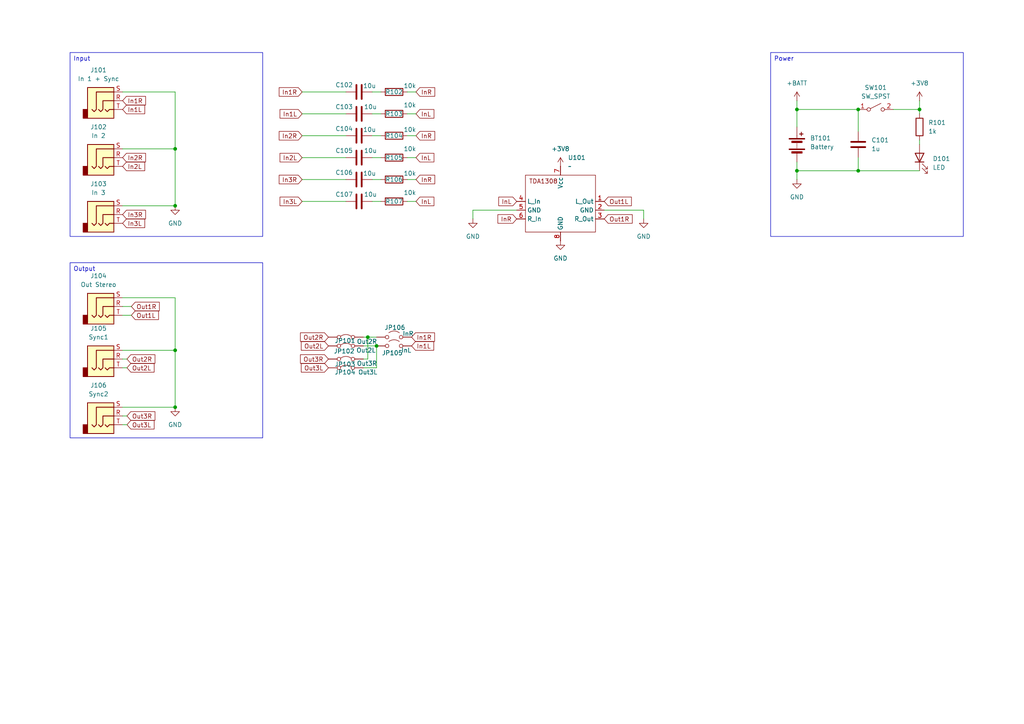
<source format=kicad_sch>
(kicad_sch (version 20250114) (generator "eeschema") (generator_version "9.0")
  (paper "A4")
  (lib_symbols
    (symbol "AJ_2025:TDA_1308_PCB"
      (property "Reference" "U" (at 5.08 5.842 0))
      (symbol "TDA_1308_PCB_1_1"
        (text_box "TDA1308\n" (at -10.16 7.62 0) (size 20.32 -16.51) (margins 1.016 1.016 1.016 1.016) (effects (font (size 1.27 1.27)) (justify left top)))
        (pin input line (at -12.7 0 0) (length 2.54) (name "L_In") (number "4"))
        (pin bidirectional line (at -12.7 -2.54 0) (length 2.54) (name "GND") (number "5"))
        (pin input line (at -12.7 -5.08 0) (length 2.54) (name "R_In") (number "6"))
        (pin power_in line (at 0 10.16 270) (length 2.54) (name "Vcc") (number "7"))
        (pin power_in line (at 0 -11.43 90) (length 2.54) (name "GND") (number "8"))
        (pin output line (at 12.7 0 180) (length 2.54) (name "L_Out") (number "1"))
        (pin bidirectional line (at 12.7 -2.54 180) (length 2.54) (name "GND") (number "2"))
        (pin output line (at 12.7 -5.08 180) (length 2.54) (name "R_Out") (number "3"))
      )
    )
    (symbol "Connector_Audio:AudioJack3"
      (property "Reference" "J" (at 0 8.89 0))
      (property "Value" "AudioJack3" (at 0 6.35 0))
      (symbol "AudioJack3_0_1"
        (rectangle (start -5.08 -5.08) (end -6.35 -2.54) (stroke (width 0.254)) (fill (type outline)))
        (polyline (pts (xy -1.905 -2.54) (xy -1.27 -3.175) (xy -0.635 -2.54) (xy -0.635 0) (xy 2.54 0)) (stroke (width 0.254)))
        (polyline (pts (xy 0 -2.54) (xy 0.635 -3.175) (xy 1.27 -2.54) (xy 2.54 -2.54)) (stroke (width 0.254)))
        (rectangle (start 2.54 3.81) (end -5.08 -5.08) (stroke (width 0.254)) (fill (type background)))
        (polyline (pts (xy 2.54 2.54) (xy -2.54 2.54) (xy -2.54 -2.54) (xy -3.175 -3.175) (xy -3.81 -2.54)) (stroke (width 0.254)))
      )
      (symbol "AudioJack3_1_1"
        (pin passive line (at 5.08 2.54 180) (length 2.54) (name "~") (number "S"))
        (pin passive line (at 5.08 0 180) (length 2.54) (name "~") (number "R"))
        (pin passive line (at 5.08 -2.54 180) (length 2.54) (name "~") (number "T"))
      )
    )
    (symbol "Device:Battery" (pin_numbers (hide yes)) (pin_names (offset 0) (hide yes))
      (property "Reference" "BT" (at 2.54 2.54 0))
      (property "Value" "Battery" (at 2.54 0 0))
      (symbol "Battery_0_1"
        (rectangle (start -2.286 1.778) (end 2.286 1.524) (fill (type outline)))
        (rectangle (start -2.286 -1.27) (end 2.286 -1.524) (fill (type outline)))
        (rectangle (start -1.524 1.016) (end 1.524 0.508) (fill (type outline)))
        (rectangle (start -1.524 -2.032) (end 1.524 -2.54) (fill (type outline)))
        (polyline (pts (xy 0 1.778) (xy 0 2.54)))
        (polyline (pts (xy 0 0) (xy 0 0.254)))
        (polyline (pts (xy 0 -0.508) (xy 0 -0.254)))
        (polyline (pts (xy 0 -1.016) (xy 0 -0.762)))
        (polyline (pts (xy 0.762 3.048) (xy 1.778 3.048)) (stroke (width 0.254)))
        (polyline (pts (xy 1.27 3.556) (xy 1.27 2.54)) (stroke (width 0.254)))
      )
      (symbol "Battery_1_1"
        (pin passive line (at 0 5.08 270) (length 2.54) (name "+") (number "1"))
        (pin passive line (at 0 -5.08 90) (length 2.54) (name "-") (number "2"))
      )
    )
    (symbol "Device:C" (pin_numbers (hide yes)) (pin_names (offset 0.254))
      (property "Reference" "C" (at 0.635 2.54 0))
      (property "Value" "C" (at 0.635 -2.54 0))
      (symbol "C_0_1"
        (polyline (pts (xy -2.032 0.762) (xy 2.032 0.762)) (stroke (width 0.508)))
        (polyline (pts (xy -2.032 -0.762) (xy 2.032 -0.762)) (stroke (width 0.508)))
      )
      (symbol "C_1_1"
        (pin passive line (at 0 3.81 270) (length 2.794) (name "~") (number "1"))
        (pin passive line (at 0 -3.81 90) (length 2.794) (name "~") (number "2"))
      )
    )
    (symbol "Device:LED" (pin_numbers (hide yes)) (pin_names (offset 1.016) (hide yes))
      (property "Reference" "D" (at 0 2.54 0))
      (property "Value" "LED" (at 0 -2.54 0))
      (symbol "LED_0_1"
        (polyline (pts (xy -3.048 -0.762) (xy -4.572 -2.286) (xy -3.81 -2.286) (xy -4.572 -2.286) (xy -4.572 -1.524)))
        (polyline (pts (xy -1.778 -0.762) (xy -3.302 -2.286) (xy -2.54 -2.286) (xy -3.302 -2.286) (xy -3.302 -1.524)))
        (polyline (pts (xy -1.27 0) (xy 1.27 0)))
        (polyline (pts (xy -1.27 -1.27) (xy -1.27 1.27)) (stroke (width 0.254)))
        (polyline (pts (xy 1.27 -1.27) (xy 1.27 1.27) (xy -1.27 0) (xy 1.27 -1.27)) (stroke (width 0.254)))
      )
      (symbol "LED_1_1"
        (pin passive line (at -3.81 0 0) (length 2.54) (name "K") (number "1"))
        (pin passive line (at 3.81 0 180) (length 2.54) (name "A") (number "2"))
      )
    )
    (symbol "Device:R" (pin_numbers (hide yes)) (pin_names (offset 0))
      (property "Reference" "R" (at 2.032 0 90))
      (property "Value" "R" (at 0 0 90))
      (symbol "R_0_1"
        (rectangle (start -1.016 -2.54) (end 1.016 2.54) (stroke (width 0.254)))
      )
      (symbol "R_1_1"
        (pin passive line (at 0 3.81 270) (length 1.27) (name "~") (number "1"))
        (pin passive line (at 0 -3.81 90) (length 1.27) (name "~") (number "2"))
      )
    )
    (symbol "Jumper:Jumper_2_Bridged" (pin_numbers (hide yes)) (pin_names (offset 0) (hide yes))
      (property "Reference" "JP" (at 0 1.905 0))
      (property "Value" "Jumper_2_Bridged" (at 0 -2.54 0))
      (symbol "Jumper_2_Bridged_0_0"
        (circle (center -2.032 0) (radius 0.508))
        (circle (center 2.032 0) (radius 0.508))
      )
      (symbol "Jumper_2_Bridged_0_1"
        (arc (start -1.524 0.254) (mid 0 0.762) (end 1.524 0.254))
      )
      (symbol "Jumper_2_Bridged_1_1"
        (pin passive line (at -5.08 0 0) (length 2.54) (name "A") (number "1"))
        (pin passive line (at 5.08 0 180) (length 2.54) (name "B") (number "2"))
      )
    )
    (symbol "Jumper:Jumper_2_Open" (pin_numbers (hide yes)) (pin_names (offset 0) (hide yes))
      (property "Reference" "JP" (at 0 2.794 0))
      (property "Value" "Jumper_2_Open" (at 0 -2.286 0))
      (symbol "Jumper_2_Open_0_0"
        (circle (center -2.032 0) (radius 0.508))
        (circle (center 2.032 0) (radius 0.508))
      )
      (symbol "Jumper_2_Open_0_1"
        (arc (start -1.524 1.27) (mid 0 1.778) (end 1.524 1.27))
      )
      (symbol "Jumper_2_Open_1_1"
        (pin passive line (at -5.08 0 0) (length 2.54) (name "A") (number "1"))
        (pin passive line (at 5.08 0 180) (length 2.54) (name "B") (number "2"))
      )
    )
    (symbol "Switch:SW_SPST" (pin_names (offset 0) (hide yes))
      (property "Reference" "SW" (at 0 3.175 0))
      (property "Value" "SW_SPST" (at 0 -2.54 0))
      (symbol "SW_SPST_0_0"
        (circle (center -2.032 0) (radius 0.508))
        (polyline (pts (xy -1.524 0.254) (xy 1.524 1.778)))
        (circle (center 2.032 0) (radius 0.508))
      )
      (symbol "SW_SPST_1_1"
        (pin passive line (at -5.08 0 0) (length 2.54) (name "A") (number "1"))
        (pin passive line (at 5.08 0 180) (length 2.54) (name "B") (number "2"))
      )
    )
    (symbol "power:+3V8" (power) (pin_numbers (hide yes)) (pin_names (offset 0) (hide yes))
      (property "Value" "+3V8" (at 0 3.556 0))
      (symbol "+3V8_0_1"
        (polyline (pts (xy -0.762 1.27) (xy 0 2.54)))
        (polyline (pts (xy 0 2.54) (xy 0.762 1.27)))
        (polyline (pts (xy 0 0) (xy 0 2.54)))
      )
      (symbol "+3V8_1_1"
        (pin power_in line (at 0 0 90) (length 0) (name "~") (number "1"))
      )
    )
    (symbol "power:+BATT" (power) (pin_numbers (hide yes)) (pin_names (offset 0) (hide yes))
      (property "Value" "+BATT" (at 0 3.556 0))
      (symbol "+BATT_0_1"
        (polyline (pts (xy -0.762 1.27) (xy 0 2.54)))
        (polyline (pts (xy 0 2.54) (xy 0.762 1.27)))
        (polyline (pts (xy 0 0) (xy 0 2.54)))
      )
      (symbol "+BATT_1_1"
        (pin power_in line (at 0 0 90) (length 0) (name "~") (number "1"))
      )
    )
    (symbol "power:GND" (power) (pin_numbers (hide yes)) (pin_names (offset 0) (hide yes))
      (property "Value" "GND" (at 0 -3.81 0))
      (symbol "GND_0_1"
        (polyline (pts (xy 0 0) (xy 0 -1.27) (xy 1.27 -1.27) (xy 0 -2.54) (xy -1.27 -1.27) (xy 0 -1.27)))
      )
      (symbol "GND_1_1"
        (pin power_in line (at 0 0 270) (length 0) (name "~") (number "1"))
      )
    )
  )
  (text_box "Output" (at 20.32 76.2 0) (size 55.88 50.8) (margins 0.9525 0.9525 0.9525 0.9525) (effects (font (size 1.27 1.27)) (justify left top)))
  (text_box "Power" (at 223.52 15.24 0) (size 55.88 53.34) (margins 0.9525 0.9525 0.9525 0.9525) (effects (font (size 1.27 1.27)) (justify left top)))
  (text_box "Input" (at 20.32 15.24 0) (size 55.88 53.34) (margins 0.9525 0.9525 0.9525 0.9525) (effects (font (size 1.27 1.27)) (justify left top)))
  (junction (at 109.22 100.33))
  (junction (at 248.92 49.53))
  (junction (at 231.14 31.75))
  (junction (at 106.68 97.79))
  (junction (at 50.8 59.69))
  (junction (at 266.7 31.75))
  (junction (at 50.8 43.18))
  (junction (at 50.8 101.6))
  (junction (at 231.14 49.53))
  (junction (at 248.92 31.75))
  (junction (at 50.8 118.11))
  (wire (pts (xy 248.92 38.1) (xy 248.92 31.75)))
  (wire (pts (xy 266.7 40.64) (xy 266.7 41.91)))
  (wire (pts (xy 100.33 33.02) (xy 87.63 33.02)))
  (wire (pts (xy 50.8 26.67) (xy 50.8 43.18)))
  (wire (pts (xy 50.8 101.6) (xy 35.56 101.6)))
  (wire (pts (xy 100.33 45.72) (xy 87.63 45.72)))
  (wire (pts (xy 266.7 49.53) (xy 248.92 49.53)))
  (wire (pts (xy 35.56 118.11) (xy 50.8 118.11)))
  (wire (pts (xy 50.8 43.18) (xy 35.56 43.18)))
  (wire (pts (xy 106.68 104.14) (xy 106.68 97.79)))
  (wire (pts (xy 50.8 118.11) (xy 50.8 101.6)))
  (wire (pts (xy 109.22 97.79) (xy 106.68 97.79)))
  (wire (pts (xy 231.14 29.21) (xy 231.14 31.75)))
  (wire (pts (xy 107.95 58.42) (xy 110.49 58.42)))
  (wire (pts (xy 248.92 49.53) (xy 231.14 49.53)))
  (wire (pts (xy 35.56 59.69) (xy 50.8 59.69)))
  (wire (pts (xy 106.68 97.79) (xy 105.41 97.79)))
  (wire (pts (xy 137.16 63.5) (xy 137.16 60.96)))
  (wire (pts (xy 231.14 31.75) (xy 231.14 36.83)))
  (wire (pts (xy 35.56 91.44) (xy 38.1 91.44)))
  (wire (pts (xy 248.92 45.72) (xy 248.92 49.53)))
  (wire (pts (xy 36.83 120.65) (xy 35.56 120.65)))
  (wire (pts (xy 107.95 45.72) (xy 110.49 45.72)))
  (wire (pts (xy 105.41 106.68) (xy 109.22 106.68)))
  (wire (pts (xy 100.33 58.42) (xy 87.63 58.42)))
  (wire (pts (xy 137.16 60.96) (xy 149.86 60.96)))
  (wire (pts (xy 100.33 26.67) (xy 87.63 26.67)))
  (wire (pts (xy 248.92 31.75) (xy 231.14 31.75)))
  (wire (pts (xy 175.26 60.96) (xy 186.69 60.96)))
  (wire (pts (xy 105.41 104.14) (xy 106.68 104.14)))
  (wire (pts (xy 120.65 58.42) (xy 118.11 58.42)))
  (wire (pts (xy 107.95 52.07) (xy 110.49 52.07)))
  (wire (pts (xy 120.65 26.67) (xy 118.11 26.67)))
  (wire (pts (xy 50.8 59.69) (xy 50.8 43.18)))
  (wire (pts (xy 186.69 63.5) (xy 186.69 60.96)))
  (wire (pts (xy 259.08 31.75) (xy 266.7 31.75)))
  (wire (pts (xy 109.22 106.68) (xy 109.22 100.33)))
  (wire (pts (xy 35.56 88.9) (xy 38.1 88.9)))
  (wire (pts (xy 231.14 49.53) (xy 231.14 52.07)))
  (wire (pts (xy 120.65 39.37) (xy 118.11 39.37)))
  (wire (pts (xy 110.49 26.67) (xy 107.95 26.67)))
  (wire (pts (xy 120.65 52.07) (xy 118.11 52.07)))
  (wire (pts (xy 36.83 104.14) (xy 35.56 104.14)))
  (wire (pts (xy 266.7 29.21) (xy 266.7 31.75)))
  (wire (pts (xy 100.33 39.37) (xy 87.63 39.37)))
  (wire (pts (xy 100.33 52.07) (xy 87.63 52.07)))
  (wire (pts (xy 35.56 86.36) (xy 50.8 86.36)))
  (wire (pts (xy 231.14 46.99) (xy 231.14 49.53)))
  (wire (pts (xy 36.83 106.68) (xy 35.56 106.68)))
  (wire (pts (xy 109.22 100.33) (xy 105.41 100.33)))
  (wire (pts (xy 120.65 45.72) (xy 118.11 45.72)))
  (wire (pts (xy 50.8 86.36) (xy 50.8 101.6)))
  (wire (pts (xy 36.83 123.19) (xy 35.56 123.19)))
  (wire (pts (xy 107.95 39.37) (xy 110.49 39.37)))
  (wire (pts (xy 120.65 33.02) (xy 118.11 33.02)))
  (wire (pts (xy 266.7 31.75) (xy 266.7 33.02)))
  (wire (pts (xy 35.56 26.67) (xy 50.8 26.67)))
  (wire (pts (xy 110.49 33.02) (xy 107.95 33.02)))
  (global_label "Out1L" (shape input) (at 175.26 58.42 0) (property "Intersheetrefs" "${INTERSHEET_REFS}" (effects (hide yes))))
  (global_label "InR" (shape input) (at 120.65 52.07 0) (property "Intersheetrefs" "${INTERSHEET_REFS}" (effects (hide yes))))
  (global_label "In2R" (shape input) (at 87.63 39.37 180) (property "Intersheetrefs" "${INTERSHEET_REFS}" (effects (hide yes))))
  (global_label "In3L" (shape input) (at 87.63 58.42 180) (property "Intersheetrefs" "${INTERSHEET_REFS}" (effects (hide yes))))
  (global_label "Out3L" (shape input) (at 95.25 106.68 180) (property "Intersheetrefs" "${INTERSHEET_REFS}" (effects (hide yes))))
  (global_label "Out3L" (shape input) (at 36.83 123.19 0) (property "Intersheetrefs" "${INTERSHEET_REFS}" (effects (hide yes))))
  (global_label "In3R" (shape input) (at 87.63 52.07 180) (property "Intersheetrefs" "${INTERSHEET_REFS}" (effects (hide yes))))
  (global_label "In1R" (shape input) (at 87.63 26.67 180) (property "Intersheetrefs" "${INTERSHEET_REFS}" (effects (hide yes))))
  (global_label "InL" (shape input) (at 120.65 58.42 0) (property "Intersheetrefs" "${INTERSHEET_REFS}" (effects (hide yes))))
  (global_label "In1R" (shape input) (at 119.38 97.79 0) (property "Intersheetrefs" "${INTERSHEET_REFS}" (effects (hide yes))))
  (global_label "Out1L" (shape input) (at 38.1 91.44 0) (property "Intersheetrefs" "${INTERSHEET_REFS}" (effects (hide yes))))
  (global_label "In1L" (shape input) (at 35.56 31.75 0) (property "Intersheetrefs" "${INTERSHEET_REFS}" (effects (hide yes))))
  (global_label "In2L" (shape input) (at 87.63 45.72 180) (property "Intersheetrefs" "${INTERSHEET_REFS}" (effects (hide yes))))
  (global_label "Out3R" (shape input) (at 36.83 120.65 0) (property "Intersheetrefs" "${INTERSHEET_REFS}" (effects (hide yes))))
  (global_label "In1L" (shape input) (at 119.38 100.33 0) (property "Intersheetrefs" "${INTERSHEET_REFS}" (effects (hide yes))))
  (global_label "InR" (shape input) (at 120.65 39.37 0) (property "Intersheetrefs" "${INTERSHEET_REFS}" (effects (hide yes))))
  (global_label "Out1R" (shape input) (at 38.1 88.9 0) (property "Intersheetrefs" "${INTERSHEET_REFS}" (effects (hide yes))))
  (global_label "Out1R" (shape input) (at 175.26 63.5 0) (property "Intersheetrefs" "${INTERSHEET_REFS}" (effects (hide yes))))
  (global_label "In1R" (shape input) (at 35.56 29.21 0) (property "Intersheetrefs" "${INTERSHEET_REFS}" (effects (hide yes))))
  (global_label "Out3R" (shape input) (at 95.25 104.14 180) (property "Intersheetrefs" "${INTERSHEET_REFS}" (effects (hide yes))))
  (global_label "In2R" (shape input) (at 35.56 45.72 0) (property "Intersheetrefs" "${INTERSHEET_REFS}" (effects (hide yes))))
  (global_label "InL" (shape input) (at 149.86 58.42 180) (property "Intersheetrefs" "${INTERSHEET_REFS}" (effects (hide yes))))
  (global_label "InR" (shape input) (at 120.65 26.67 0) (property "Intersheetrefs" "${INTERSHEET_REFS}" (effects (hide yes))))
  (global_label "InL" (shape input) (at 120.65 33.02 0) (property "Intersheetrefs" "${INTERSHEET_REFS}" (effects (hide yes))))
  (global_label "In2L" (shape input) (at 35.56 48.26 0) (property "Intersheetrefs" "${INTERSHEET_REFS}" (effects (hide yes))))
  (global_label "InL" (shape input) (at 120.65 45.72 0) (property "Intersheetrefs" "${INTERSHEET_REFS}" (effects (hide yes))))
  (global_label "Out2R" (shape input) (at 95.25 97.79 180) (property "Intersheetrefs" "${INTERSHEET_REFS}" (effects (hide yes))))
  (global_label "Out2R" (shape input) (at 36.83 104.14 0) (property "Intersheetrefs" "${INTERSHEET_REFS}" (effects (hide yes))))
  (global_label "In3L" (shape input) (at 35.56 64.77 0) (property "Intersheetrefs" "${INTERSHEET_REFS}" (effects (hide yes))))
  (global_label "In1L" (shape input) (at 87.63 33.02 180) (property "Intersheetrefs" "${INTERSHEET_REFS}" (effects (hide yes))))
  (global_label "Out2L" (shape input) (at 95.25 100.33 180) (property "Intersheetrefs" "${INTERSHEET_REFS}" (effects (hide yes))))
  (global_label "Out2L" (shape input) (at 36.83 106.68 0) (property "Intersheetrefs" "${INTERSHEET_REFS}" (effects (hide yes))))
  (global_label "InR" (shape input) (at 149.86 63.5 180) (property "Intersheetrefs" "${INTERSHEET_REFS}" (effects (hide yes))))
  (global_label "In3R" (shape input) (at 35.56 62.23 0) (property "Intersheetrefs" "${INTERSHEET_REFS}" (effects (hide yes))))
  (symbol (lib_id "Device:C") (at 104.14 39.37 90) (unit 1)
    (property "Reference" "C104" (at 99.822 37.338 90))
    (property "Value" "10u" (at 107.188 37.592 90))
    (property "Footprint" "Resistor_SMD:R_0805_2012Metric_Pad1.20x1.40mm_HandSolder" (effects (hide yes)))
    (property "Description" "Unpolarized capacitor" (effects (hide yes)))
  )
  (symbol (lib_id "Jumper:Jumper_2_Bridged") (at 100.33 106.68 0) (unit 1)
    (property "Reference" "JP104" (at 100.076 107.95 0))
    (property "Value" "Out3L" (at 106.68 107.95 0))
    (property "Footprint" "Jumper:SolderJumper-2_P1.3mm_Bridged_RoundedPad1.0x1.5mm" (effects (hide yes)))
    (property "Description" "Jumper, 2-pole, closed/bridged" (effects (hide yes)))
  )
  (symbol (lib_id "Jumper:Jumper_2_Open") (at 114.3 97.79 0) (unit 1)
    (property "Reference" "JP106" (at 114.554 94.996 0))
    (property "Value" "InR" (at 118.364 96.774 0))
    (property "Footprint" "Jumper:SolderJumper-2_P1.3mm_Open_RoundedPad1.0x1.5mm" (effects (hide yes)))
    (property "Description" "Jumper, 2-pole, open" (effects (hide yes)))
  )
  (symbol (lib_id "Switch:SW_SPST") (at 254 31.75 0) (unit 1)
    (property "Reference" "SW101" (at 254 25.4 0))
    (property "Value" "SW_SPST" (at 254 27.94 0))
    (property "Description" "Single Pole Single Throw (SPST) switch" (effects (hide yes)))
  )
  (symbol (lib_id "Jumper:Jumper_2_Bridged") (at 100.33 104.14 0) (unit 1)
    (property "Reference" "JP103" (at 100.076 105.664 0))
    (property "Value" "Out3R" (at 106.426 105.41 0))
    (property "Footprint" "Jumper:SolderJumper-2_P1.3mm_Bridged_RoundedPad1.0x1.5mm" (effects (hide yes)))
    (property "Description" "Jumper, 2-pole, closed/bridged" (effects (hide yes)))
  )
  (symbol (lib_id "AJ_2025:TDA_1308_PCB") (at 162.56 58.42 0) (unit 1)
    (property "Reference" "U101" (at 164.7033 45.72 0) (effects (justify left)))
    (property "Value" "~" (at 164.7033 48.26 0) (effects (justify left)))
    (property "Footprint" "AJ_2025_Library:TDA1308_PCB" (effects (hide yes)))
  )
  (symbol (lib_id "Device:Battery") (at 231.14 41.91 0) (unit 1)
    (property "Reference" "BT101" (at 234.95 40.0684 0) (effects (justify left)))
    (property "Value" "Battery" (at 234.95 42.6084 0) (effects (justify left)))
    (property "Footprint" "Battery:BatteryHolder_Keystone_2460_1xAA" (effects (hide yes)))
    (property "Description" "Multiple-cell battery" (effects (hide yes)))
  )
  (symbol (lib_id "Jumper:Jumper_2_Bridged") (at 100.33 100.33 0) (unit 1)
    (property "Reference" "JP102" (at 99.822 101.854 0))
    (property "Value" "Out2L" (at 106.172 101.6 0))
    (property "Footprint" "Jumper:SolderJumper-2_P1.3mm_Bridged_RoundedPad1.0x1.5mm" (effects (hide yes)))
    (property "Description" "Jumper, 2-pole, closed/bridged" (effects (hide yes)))
  )
  (symbol (lib_id "Device:C") (at 104.14 33.02 90) (unit 1)
    (property "Reference" "C103" (at 99.822 30.988 90))
    (property "Value" "10u" (at 107.442 30.988 90))
    (property "Footprint" "Resistor_SMD:R_0805_2012Metric_Pad1.20x1.40mm_HandSolder" (effects (hide yes)))
    (property "Description" "Unpolarized capacitor" (effects (hide yes)))
  )
  (symbol (lib_id "Device:R") (at 114.3 33.02 90) (unit 1)
    (property "Reference" "R103" (at 114.3 33.02 90))
    (property "Value" "10k" (at 118.872 30.48 90))
    (property "Footprint" "Resistor_SMD:R_0805_2012Metric_Pad1.20x1.40mm_HandSolder" (effects (hide yes)))
    (property "Description" "Resistor" (effects (hide yes)))
  )
  (symbol (lib_id "Device:LED") (at 266.7 45.72 90) (unit 1)
    (property "Reference" "D101" (at 270.51 46.0374 90) (effects (justify right)))
    (property "Value" "LED" (at 270.51 48.5774 90) (effects (justify right)))
    (property "Footprint" "LED_SMD:LED_0805_2012Metric_Pad1.15x1.40mm_HandSolder" (effects (hide yes)))
    (property "Description" "Light emitting diode" (effects (hide yes)))
    (property "Sim.Pins" "1=K 2=A" (effects (hide yes)))
  )
  (symbol (lib_id "Device:R") (at 114.3 58.42 90) (unit 1)
    (property "Reference" "R107" (at 114.3 58.42 90))
    (property "Value" "10k" (at 118.872 55.88 90))
    (property "Footprint" "Resistor_SMD:R_0805_2012Metric_Pad1.20x1.40mm_HandSolder" (effects (hide yes)))
    (property "Description" "Resistor" (effects (hide yes)))
  )
  (symbol (lib_id "Device:C") (at 104.14 45.72 90) (unit 1)
    (property "Reference" "C105" (at 99.822 43.688 90))
    (property "Value" "10u" (at 107.442 43.688 90))
    (property "Footprint" "Resistor_SMD:R_0805_2012Metric_Pad1.20x1.40mm_HandSolder" (effects (hide yes)))
    (property "Description" "Unpolarized capacitor" (effects (hide yes)))
  )
  (symbol (lib_id "Device:R") (at 114.3 39.37 90) (unit 1)
    (property "Reference" "R104" (at 114.3 39.37 90))
    (property "Value" "10k" (at 118.872 37.592 90))
    (property "Footprint" "Resistor_SMD:R_0805_2012Metric_Pad1.20x1.40mm_HandSolder" (effects (hide yes)))
    (property "Description" "Resistor" (effects (hide yes)))
  )
  (symbol (lib_id "power:GND") (at 50.8 59.69 0) (unit 1)
    (property "Reference" "#PWR0101" (effects (hide yes)))
    (property "Value" "GND" (at 50.8 64.77 0))
    (property "Description" "Power symbol creates a global label with name \"GND\" , ground" (effects (hide yes)))
  )
  (symbol (lib_id "Device:C") (at 104.14 58.42 90) (unit 1)
    (property "Reference" "C107" (at 99.822 56.388 90))
    (property "Value" "10u" (at 107.442 56.388 90))
    (property "Footprint" "Resistor_SMD:R_0805_2012Metric_Pad1.20x1.40mm_HandSolder" (effects (hide yes)))
    (property "Description" "Unpolarized capacitor" (effects (hide yes)))
  )
  (symbol (lib_id "power:GND") (at 186.69 63.5 0) (unit 1)
    (property "Reference" "#PWR0108" (effects (hide yes)))
    (property "Value" "GND" (at 186.69 68.58 0))
    (property "Description" "Power symbol creates a global label with name \"GND\" , ground" (effects (hide yes)))
  )
  (symbol (lib_id "Connector_Audio:AudioJack3") (at 30.48 45.72 0) (unit 1)
    (property "Reference" "J102" (at 28.575 36.83 0))
    (property "Value" "In 2" (at 28.575 39.37 0))
    (property "Footprint" "Connector_Audio:Jack_3.5mm_PJ311_Horizontal" (effects (hide yes)))
    (property "Description" "Audio Jack, 3 Poles (Stereo / TRS)" (effects (hide yes)))
  )
  (symbol (lib_id "Connector_Audio:AudioJack3") (at 30.48 29.21 0) (unit 1)
    (property "Reference" "J101" (at 28.575 20.32 0))
    (property "Value" "In 1 + Sync" (at 28.575 22.86 0))
    (property "Footprint" "Connector_Audio:Jack_3.5mm_PJ311_Horizontal" (effects (hide yes)))
    (property "Description" "Audio Jack, 3 Poles (Stereo / TRS)" (effects (hide yes)))
  )
  (symbol (lib_id "Connector_Audio:AudioJack3") (at 30.48 104.14 0) (unit 1)
    (property "Reference" "J105" (at 28.575 95.25 0))
    (property "Value" "Sync1" (at 28.575 97.79 0))
    (property "Footprint" "Connector_Audio:Jack_3.5mm_PJ311_Horizontal" (effects (hide yes)))
    (property "Description" "Audio Jack, 3 Poles (Stereo / TRS)" (effects (hide yes)))
  )
  (symbol (lib_id "Device:C") (at 248.92 41.91 0) (unit 1)
    (property "Reference" "C101" (at 252.73 40.6399 0) (effects (justify left)))
    (property "Value" "1u" (at 252.73 43.1799 0) (effects (justify left)))
    (property "Footprint" "Capacitor_SMD:C_0805_2012Metric_Pad1.18x1.45mm_HandSolder" (effects (hide yes)))
    (property "Description" "Unpolarized capacitor" (effects (hide yes)))
  )
  (symbol (lib_id "Connector_Audio:AudioJack3") (at 30.48 62.23 0) (unit 1)
    (property "Reference" "J103" (at 28.575 53.34 0))
    (property "Value" "In 3" (at 28.575 55.88 0))
    (property "Footprint" "Connector_Audio:Jack_3.5mm_PJ311_Horizontal" (effects (hide yes)))
    (property "Description" "Audio Jack, 3 Poles (Stereo / TRS)" (effects (hide yes)))
  )
  (symbol (lib_id "power:+3V8") (at 266.7 29.21 0) (unit 1)
    (property "Reference" "#PWR0105" (effects (hide yes)))
    (property "Value" "+3V8" (at 266.7 24.13 0))
    (property "Description" "Power symbol creates a global label with name \"+3V8\"" (effects (hide yes)))
  )
  (symbol (lib_id "Device:R") (at 266.7 36.83 0) (unit 1)
    (property "Reference" "R101" (at 269.24 35.5599 0) (effects (justify left)))
    (property "Value" "1k" (at 269.24 38.0999 0) (effects (justify left)))
    (property "Footprint" "Resistor_SMD:R_0805_2012Metric_Pad1.20x1.40mm_HandSolder" (effects (hide yes)))
    (property "Description" "Resistor" (effects (hide yes)))
  )
  (symbol (lib_id "power:GND") (at 162.56 69.85 0) (unit 1)
    (property "Reference" "#PWR0106" (effects (hide yes)))
    (property "Value" "GND" (at 162.56 74.93 0))
    (property "Description" "Power symbol creates a global label with name \"GND\" , ground" (effects (hide yes)))
  )
  (symbol (lib_id "power:GND") (at 137.16 63.5 0) (unit 1)
    (property "Reference" "#PWR0109" (effects (hide yes)))
    (property "Value" "GND" (at 137.16 68.58 0))
    (property "Description" "Power symbol creates a global label with name \"GND\" , ground" (effects (hide yes)))
  )
  (symbol (lib_id "Device:C") (at 104.14 52.07 90) (unit 1)
    (property "Reference" "C106" (at 99.822 50.038 90))
    (property "Value" "10u" (at 107.188 50.292 90))
    (property "Footprint" "Resistor_SMD:R_0805_2012Metric_Pad1.20x1.40mm_HandSolder" (effects (hide yes)))
    (property "Description" "Unpolarized capacitor" (effects (hide yes)))
  )
  (symbol (lib_id "power:+3V8") (at 162.56 48.26 0) (unit 1)
    (property "Reference" "#PWR0107" (effects (hide yes)))
    (property "Value" "+3V8" (at 162.56 43.18 0))
    (property "Description" "Power symbol creates a global label with name \"+3V8\"" (effects (hide yes)))
  )
  (symbol (lib_id "power:GND") (at 50.8 118.11 0) (unit 1)
    (property "Reference" "#PWR0102" (effects (hide yes)))
    (property "Value" "GND" (at 50.8 123.19 0))
    (property "Description" "Power symbol creates a global label with name \"GND\" , ground" (effects (hide yes)))
  )
  (symbol (lib_id "Jumper:Jumper_2_Open") (at 114.3 100.33 0) (unit 1)
    (property "Reference" "JP105" (at 113.792 102.362 0))
    (property "Value" "InL" (at 117.856 101.6 0))
    (property "Footprint" "Jumper:SolderJumper-2_P1.3mm_Open_RoundedPad1.0x1.5mm" (effects (hide yes)))
    (property "Description" "Jumper, 2-pole, open" (effects (hide yes)))
  )
  (symbol (lib_id "Device:C") (at 104.14 26.67 90) (unit 1)
    (property "Reference" "C102" (at 99.822 24.638 90))
    (property "Value" "10u" (at 107.188 24.892 90))
    (property "Footprint" "Resistor_SMD:R_0805_2012Metric_Pad1.20x1.40mm_HandSolder" (effects (hide yes)))
    (property "Description" "Unpolarized capacitor" (effects (hide yes)))
  )
  (symbol (lib_id "power:GND") (at 231.14 52.07 0) (unit 1)
    (property "Reference" "#PWR0103" (effects (hide yes)))
    (property "Value" "GND" (at 231.14 57.15 0))
    (property "Description" "Power symbol creates a global label with name \"GND\" , ground" (effects (hide yes)))
  )
  (symbol (lib_id "Device:R") (at 114.3 45.72 90) (unit 1)
    (property "Reference" "R105" (at 114.3 45.72 90))
    (property "Value" "10k" (at 118.872 43.18 90))
    (property "Footprint" "Resistor_SMD:R_0805_2012Metric_Pad1.20x1.40mm_HandSolder" (effects (hide yes)))
    (property "Description" "Resistor" (effects (hide yes)))
  )
  (symbol (lib_id "Device:R") (at 114.3 52.07 90) (unit 1)
    (property "Reference" "R106" (at 114.3 52.07 90))
    (property "Value" "10k" (at 118.872 50.292 90))
    (property "Footprint" "Resistor_SMD:R_0805_2012Metric_Pad1.20x1.40mm_HandSolder" (effects (hide yes)))
    (property "Description" "Resistor" (effects (hide yes)))
  )
  (symbol (lib_id "power:+BATT") (at 231.14 29.21 0) (unit 1)
    (property "Reference" "#PWR0104" (effects (hide yes)))
    (property "Value" "+BATT" (at 231.14 24.13 0))
    (property "Description" "Power symbol creates a global label with name \"+BATT\"" (effects (hide yes)))
  )
  (symbol (lib_id "Connector_Audio:AudioJack3") (at 30.48 88.9 0) (unit 1)
    (property "Reference" "J104" (at 28.575 80.01 0))
    (property "Value" "Out Stereo" (at 28.575 82.55 0))
    (property "Footprint" "Connector_Audio:Jack_3.5mm_PJ311_Horizontal" (effects (hide yes)))
    (property "Description" "Audio Jack, 3 Poles (Stereo / TRS)" (effects (hide yes)))
  )
  (symbol (lib_id "Jumper:Jumper_2_Bridged") (at 100.33 97.79 0) (unit 1)
    (property "Reference" "JP101" (at 100.076 98.806 0))
    (property "Value" "Out2R" (at 106.426 99.06 0))
    (property "Footprint" "Jumper:SolderJumper-2_P1.3mm_Bridged_RoundedPad1.0x1.5mm" (effects (hide yes)))
    (property "Description" "Jumper, 2-pole, closed/bridged" (effects (hide yes)))
  )
  (symbol (lib_id "Connector_Audio:AudioJack3") (at 30.48 120.65 0) (unit 1)
    (property "Reference" "J106" (at 28.575 111.76 0))
    (property "Value" "Sync2" (at 28.575 114.3 0))
    (property "Footprint" "Connector_Audio:Jack_3.5mm_PJ311_Horizontal" (effects (hide yes)))
    (property "Description" "Audio Jack, 3 Poles (Stereo / TRS)" (effects (hide yes)))
  )
  (symbol (lib_id "Device:R") (at 114.3 26.67 90) (unit 1)
    (property "Reference" "R102" (at 114.3 26.67 90))
    (property "Value" "10k" (at 118.872 24.892 90))
    (property "Footprint" "Resistor_SMD:R_0805_2012Metric_Pad1.20x1.40mm_HandSolder" (effects (hide yes)))
    (property "Description" "Resistor" (effects (hide yes)))
  )
)
</source>
